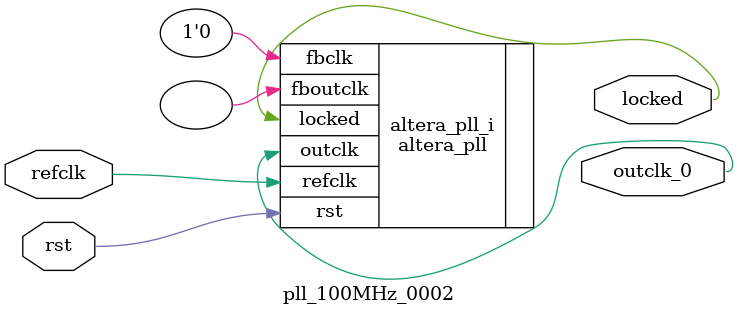
<source format=v>
`timescale 1ns/10ps
module  pll_100MHz_0002(

	// interface 'refclk'
	input wire refclk,

	// interface 'reset'
	input wire rst,

	// interface 'outclk0'
	output wire outclk_0,

	// interface 'locked'
	output wire locked
);

	altera_pll #(
		.fractional_vco_multiplier("false"),
		.reference_clock_frequency("50.0 MHz"),
		.operation_mode("normal"),
		.number_of_clocks(1),
		.output_clock_frequency0("100.000000 MHz"),
		.phase_shift0("0 ps"),
		.duty_cycle0(50),
		.output_clock_frequency1("0 MHz"),
		.phase_shift1("0 ps"),
		.duty_cycle1(50),
		.output_clock_frequency2("0 MHz"),
		.phase_shift2("0 ps"),
		.duty_cycle2(50),
		.output_clock_frequency3("0 MHz"),
		.phase_shift3("0 ps"),
		.duty_cycle3(50),
		.output_clock_frequency4("0 MHz"),
		.phase_shift4("0 ps"),
		.duty_cycle4(50),
		.output_clock_frequency5("0 MHz"),
		.phase_shift5("0 ps"),
		.duty_cycle5(50),
		.output_clock_frequency6("0 MHz"),
		.phase_shift6("0 ps"),
		.duty_cycle6(50),
		.output_clock_frequency7("0 MHz"),
		.phase_shift7("0 ps"),
		.duty_cycle7(50),
		.output_clock_frequency8("0 MHz"),
		.phase_shift8("0 ps"),
		.duty_cycle8(50),
		.output_clock_frequency9("0 MHz"),
		.phase_shift9("0 ps"),
		.duty_cycle9(50),
		.output_clock_frequency10("0 MHz"),
		.phase_shift10("0 ps"),
		.duty_cycle10(50),
		.output_clock_frequency11("0 MHz"),
		.phase_shift11("0 ps"),
		.duty_cycle11(50),
		.output_clock_frequency12("0 MHz"),
		.phase_shift12("0 ps"),
		.duty_cycle12(50),
		.output_clock_frequency13("0 MHz"),
		.phase_shift13("0 ps"),
		.duty_cycle13(50),
		.output_clock_frequency14("0 MHz"),
		.phase_shift14("0 ps"),
		.duty_cycle14(50),
		.output_clock_frequency15("0 MHz"),
		.phase_shift15("0 ps"),
		.duty_cycle15(50),
		.output_clock_frequency16("0 MHz"),
		.phase_shift16("0 ps"),
		.duty_cycle16(50),
		.output_clock_frequency17("0 MHz"),
		.phase_shift17("0 ps"),
		.duty_cycle17(50),
		.pll_type("General"),
		.pll_subtype("General")
	) altera_pll_i (
		.rst	(rst),
		.outclk	({outclk_0}),
		.locked	(locked),
		.fboutclk	( ),
		.fbclk	(1'b0),
		.refclk	(refclk)
	);
endmodule


</source>
